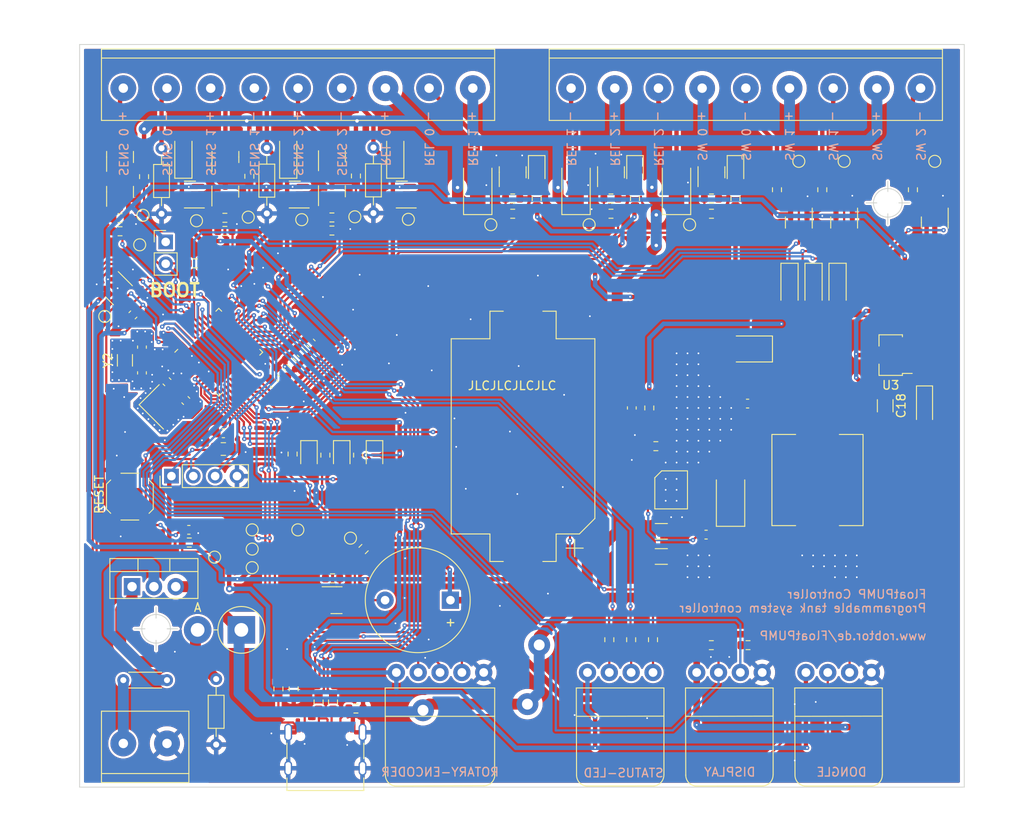
<source format=kicad_pcb>
(kicad_pcb (version 20211014) (generator pcbnew)

  (general
    (thickness 1.6)
  )

  (paper "A4")
  (title_block
    (title "FloatPUMP Basic Boards")
    (date "2022-11-22")
    (rev "1.0")
    (company "www.robtor.de")
  )

  (layers
    (0 "F.Cu" signal)
    (31 "B.Cu" signal)
    (32 "B.Adhes" user "B.Adhesive")
    (33 "F.Adhes" user "F.Adhesive")
    (34 "B.Paste" user)
    (35 "F.Paste" user)
    (36 "B.SilkS" user "B.Silkscreen")
    (37 "F.SilkS" user "F.Silkscreen")
    (38 "B.Mask" user)
    (39 "F.Mask" user)
    (40 "Dwgs.User" user "User.Drawings")
    (41 "Cmts.User" user "User.Comments")
    (42 "Eco1.User" user "User.Eco1")
    (43 "Eco2.User" user "User.Eco2")
    (44 "Edge.Cuts" user)
    (45 "Margin" user)
    (46 "B.CrtYd" user "B.Courtyard")
    (47 "F.CrtYd" user "F.Courtyard")
    (48 "B.Fab" user)
    (49 "F.Fab" user)
    (50 "User.1" user)
    (51 "User.2" user)
    (52 "User.3" user)
    (53 "User.4" user)
    (54 "User.5" user)
    (55 "User.6" user)
    (56 "User.7" user)
    (57 "User.8" user)
    (58 "User.9" user)
  )

  (setup
    (stackup
      (layer "F.SilkS" (type "Top Silk Screen"))
      (layer "F.Paste" (type "Top Solder Paste"))
      (layer "F.Mask" (type "Top Solder Mask") (thickness 0.01))
      (layer "F.Cu" (type "copper") (thickness 0.035))
      (layer "dielectric 1" (type "core") (thickness 1.51) (material "FR4") (epsilon_r 4.5) (loss_tangent 0.02))
      (layer "B.Cu" (type "copper") (thickness 0.035))
      (layer "B.Mask" (type "Bottom Solder Mask") (thickness 0.01))
      (layer "B.Paste" (type "Bottom Solder Paste"))
      (layer "B.SilkS" (type "Bottom Silk Screen"))
      (copper_finish "None")
      (dielectric_constraints no)
    )
    (pad_to_mask_clearance 0)
    (pcbplotparams
      (layerselection 0x00010fc_ffffffff)
      (disableapertmacros false)
      (usegerberextensions true)
      (usegerberattributes false)
      (usegerberadvancedattributes false)
      (creategerberjobfile false)
      (svguseinch false)
      (svgprecision 6)
      (excludeedgelayer true)
      (plotframeref false)
      (viasonmask false)
      (mode 1)
      (useauxorigin false)
      (hpglpennumber 1)
      (hpglpenspeed 20)
      (hpglpendiameter 15.000000)
      (dxfpolygonmode true)
      (dxfimperialunits true)
      (dxfusepcbnewfont true)
      (psnegative false)
      (psa4output false)
      (plotreference true)
      (plotvalue false)
      (plotinvisibletext false)
      (sketchpadsonfab false)
      (subtractmaskfromsilk true)
      (outputformat 1)
      (mirror false)
      (drillshape 0)
      (scaleselection 1)
      (outputdirectory "../Production/gerber/")
    )
  )

  (net 0 "")
  (net 1 "/cryst1+")
  (net 2 "GND")
  (net 3 "/cryst1-")
  (net 4 "/cryst2+")
  (net 5 "/cryst2-")
  (net 6 "/VBAT")
  (net 7 "/NRST")
  (net 8 "Net-(C3-Pad1)")
  (net 9 "+3.3V")
  (net 10 "Net-(C6-Pad2)")
  (net 11 "Net-(C17-Pad1)")
  (net 12 "/VB")
  (net 13 "T11")
  (net 14 "T13")
  (net 15 "T15")
  (net 16 "T17")
  (net 17 "Net-(C17-Pad2)")
  (net 18 "Net-(D1-Pad1)")
  (net 19 "T20")
  (net 20 "/GPI0")
  (net 21 "/GPI1")
  (net 22 "/GPI2")
  (net 23 "/RRDT")
  (net 24 "/RRCLK")
  (net 25 "/RRSW")
  (net 26 "+5V")
  (net 27 "/I2C1_SDA")
  (net 28 "/I2C1_SCL")
  (net 29 "/USART1_TX")
  (net 30 "/USART1_RX")
  (net 31 "/SWDIO")
  (net 32 "/SWCLK")
  (net 33 "T22")
  (net 34 "Net-(D2-Pad1)")
  (net 35 "Net-(D3-Pad1)")
  (net 36 "T10")
  (net 37 "T12")
  (net 38 "T14")
  (net 39 "/BOOT0")
  (net 40 "T24")
  (net 41 "T26")
  (net 42 "T28")
  (net 43 "Net-(LS1-Pad2)")
  (net 44 "Net-(Q2-Pad1)")
  (net 45 "Net-(D4-Pad2)")
  (net 46 "Net-(D12-Pad2)")
  (net 47 "Net-(D14-Pad2)")
  (net 48 "Net-(Q9-Pad1)")
  (net 49 "Net-(J3-Pad2)")
  (net 50 "/LED0")
  (net 51 "/LED1")
  (net 52 "/LED2")
  (net 53 "/LED5")
  (net 54 "/LED4")
  (net 55 "/LED3")
  (net 56 "/BEEP")
  (net 57 "/MPWR0")
  (net 58 "/MPWR1")
  (net 59 "/MPWR2")
  (net 60 "/OCHAN0")
  (net 61 "/OCHAN1")
  (net 62 "/OCHAN2")
  (net 63 "/usb_conn/U_D-")
  (net 64 "/USB_FS_D-")
  (net 65 "/usb_conn/U_D+")
  (net 66 "/USB_FS_D+")
  (net 67 "/usb_conn/U_VBUS")
  (net 68 "/USB_FS_VBUS")
  (net 69 "/usb_conn/CC")
  (net 70 "Net-(D16-Pad2)")
  (net 71 "Net-(J5-Pad2)")
  (net 72 "Net-(Q3-Pad1)")
  (net 73 "Net-(J5-Pad3)")
  (net 74 "Net-(C18-Pad1)")
  (net 75 "Net-(J5-Pad4)")
  (net 76 "Net-(U3-Pad6)")
  (net 77 "T16")
  (net 78 "unconnected-(J9-PadA8)")
  (net 79 "unconnected-(J9-PadB8)")
  (net 80 "Net-(Q1-Pad2)")
  (net 81 "Net-(Q3-Pad3)")
  (net 82 "Net-(Q5-Pad1)")
  (net 83 "Net-(Q5-Pad3)")
  (net 84 "Net-(Q7-Pad1)")
  (net 85 "Net-(Q11-Pad1)")
  (net 86 "Net-(Q7-Pad3)")
  (net 87 "Net-(Q10-Pad1)")
  (net 88 "unconnected-(U1-Pad2)")

  (footprint "Capacitor_SMD:C_0603_1608Metric" (layer "F.Cu") (at 101.9556 85.7504 -135))

  (footprint "Package_TO_SOT_SMD:SOT-23" (layer "F.Cu") (at 112.6975 71.41095 90))

  (footprint "custom_parts:2542R-04" (layer "F.Cu") (at 180.213 127.3302))

  (footprint "Package_TO_SOT_SMD:SOT-23" (layer "F.Cu") (at 112.71 67.3885 90))

  (footprint "Resistor_SMD:R_0603_1608Metric" (layer "F.Cu") (at 120.396 91.313 -45))

  (footprint "TestPoint:TestPoint_Pad_D1.0mm" (layer "F.Cu") (at 127.762 74.3435))

  (footprint "Resistor_SMD:R_0603_1608Metric" (layer "F.Cu") (at 157.353 123.5202 90))

  (footprint "Resistor_SMD:R_0603_1608Metric" (layer "F.Cu") (at 127.889 69.5937 -90))

  (footprint "TestPoint:TestPoint_Pad_D1.0mm" (layer "F.Cu") (at 155.006 75.2582))

  (footprint "LED_SMD:LED_0805_2012Metric" (layer "F.Cu") (at 160.34 68.9082 -90))

  (footprint "custom_parts:CAMBLOCK CTB0509-2" (layer "F.Cu") (at 105.918 135.5852 180))

  (footprint "Capacitor_SMD:C_0603_1608Metric" (layer "F.Cu") (at 168.6052 111.3028))

  (footprint "Capacitor_SMD:C_0603_1608Metric" (layer "F.Cu") (at 119.253 92.456 135))

  (footprint "Package_TO_SOT_THT:TO-220-3_Vertical" (layer "F.Cu") (at 101.854 117.3532))

  (footprint "TestPoint:TestPoint_Pad_D1.0mm" (layer "F.Cu") (at 179.39 67.8942 90))

  (footprint "Resistor_SMD:R_0603_1608Metric" (layer "F.Cu") (at 146.116 73.9882 180))

  (footprint "Crystal:Crystal_SMD_3215-2Pin_3.2x1.5mm" (layer "F.Cu") (at 101.0258 91.0336 90))

  (footprint "Resistor_SMD:R_0603_1608Metric" (layer "F.Cu") (at 124.333 102.0572 -90))

  (footprint "Diode_SMD:D_SMA" (layer "F.Cu") (at 171.45 106.934 90))

  (footprint "Connector_USB:USB_C_Receptacle_Palconn_UTC16-G" (layer "F.Cu") (at 124.333 136.2202))

  (footprint "Resistor_THT:R_Axial_DIN0204_L3.6mm_D1.6mm_P7.62mm_Horizontal" (layer "F.Cu") (at 105.283 66.3702 -90))

  (footprint "Diode_THT:D_DO-201AD_P5.08mm_Vertical_AnodeUp" (layer "F.Cu") (at 114.562 122.3772 180))

  (footprint "Resistor_SMD:R_0603_1608Metric" (layer "F.Cu") (at 172.024 72.2102 -90))

  (footprint "Resistor_SMD:R_0603_1608Metric" (layer "F.Cu") (at 125.095 75.9437 180))

  (footprint "TestPoint:TestPoint_Pad_D1.0mm" (layer "F.Cu") (at 133.985 74.63675))

  (footprint "custom_parts:CAMBLOCK CTB0509-9" (layer "F.Cu") (at 100.838 59.3852))

  (footprint "Diode_SMD:D_MiniMELF" (layer "F.Cu") (at 120.015 67.31 90))

  (footprint "Resistor_SMD:R_0603_1608Metric" (layer "F.Cu") (at 162.0012 96.5708 -90))

  (footprint "Package_TO_SOT_SMD:SOT-23" (layer "F.Cu") (at 169.23 69.1622 90))

  (footprint "Resistor_SMD:R_0603_1608Metric" (layer "F.Cu") (at 118.872 129.2352 90))

  (footprint "custom_parts:2542R-04" (layer "F.Cu") (at 167.513 127.3302))

  (footprint "TestPoint:TestPoint_Pad_D1.0mm" (layer "F.Cu") (at 195.199 67.8942 90))

  (footprint "TestPoint:TestPoint_Pad_D1.0mm" (layer "F.Cu") (at 115.3645 74.38275))

  (footprint "Resistor_SMD:R_0603_1608Metric" (layer "F.Cu") (at 146.116 72.2102))

  (footprint "Diode_SMD:D_MiniMELF" (layer "F.Cu") (at 178.308 82.296 -90))

  (footprint "Package_TO_SOT_SMD:SOT-23" (layer "F.Cu") (at 184.658 75.0062 -90))

  (footprint "custom_parts:MP9486A-SOIC-8" (layer "F.Cu") (at 164.5412 106.0958 -90))

  (footprint "Capacitor_Tantalum_SMD:CP_EIA-3528-21_Kemet-B" (layer "F.Cu") (at 173.863 89.7128 180))

  (footprint "TestPoint:TestPoint_Pad_D1.0mm" (layer "F.Cu") (at 109.347 74.803))

  (footprint "custom_parts:L_MS1040-330M" (layer "F.Cu") (at 181.5592 104.9528 90))

  (footprint "Resistor_SMD:R_0603_1608Metric" (layer "F.Cu") (at 112.649 74.45895))

  (footprint "Capacitor_SMD:C_0603_1608Metric" (layer "F.Cu") (at 112.4712 99.5172))

  (footprint "Resistor_SMD:R_0603_1608Metric" (layer "F.Cu") (at 192.659 71.1962 -90))

  (footprint "Capacitor_SMD:C_0603_1608Metric" (layer "F.Cu") (at 103.007 92.4938 -90))

  (footprint "TestPoint:TestPoint_Pad_D1.0mm" (layer "F.Cu") (at 111.4552 113.919))

  (footprint "MountingHole:MountingHole_2.5mm" (layer "F.Cu") (at 104.648 122.301))

  (footprint "Resistor_THT:R_Axial_DIN0204_L3.6mm_D1.6mm_P5.08mm_Horizontal" (layer "F.Cu") (at 105.918 128.2192 180))

  (footprint "Resistor_SMD:R_0603_1608Metric" (layer "F.Cu") (at 125.1712 116.3828))

  (footprint "Resistor_SMD:R_0603_1608Metric" (layer "F.Cu") (at 128.143 102.0572 -90))

  (footprint "TestPoint:TestPoint_Pad_D1.0mm" (layer "F.Cu") (at 143.576 75.2582))

  (footprint "Package_TO_SOT_SMD:SOT-23" (layer "F.Cu") (at 133.223 71.755 180))

  (footprint "Capacitor_SMD:C_0603_1608Metric" (layer "F.Cu") (at 108.1024 95.7072 -45))

  (footprint "Package_TO_SOT_SMD:SOT-23" (layer "F.Cu") (at 100.457 71.4502 90))

  (footprint "Package_TO_SOT_SMD:SOT-89-3" (layer "F.Cu") (at 190.373 90.424 180))

  (footprint "Battery:BatteryHolder_Keystone_1060_1x2032" (layer "F.Cu") (at 147.32 99.8728 90))

  (footprint "TestPoint:TestPoint_Pad_D1.0mm" (layer "F.Cu") (at 127.254 111.7092))

  (footprint "TestPoint:TestPoint_Pad_D1.0mm" (layer "F.Cu") (at 121.5875 74.676))

  (footprint "TestPoint:TestPoint_Pad_D1.0mm" (layer "F.Cu") (at 121.1326 110.744))

  (footprint "Capacitor_SMD:C_0603_1608Metric" (layer "F.Cu") (at 159.9692 96.5708 90))

  (footprint "LED_SMD:LED_0805_2012Metric" (layer "F.Cu") (at 122.428 102.0572 -90))

  (footprint "Package_TO_SOT_SMD:SOT-23" (layer "F.Cu") (at 120.777 71.755 180))

  (footprint "Resistor_SMD:R_0603_1608Metric" (layer "F.Cu") (at 100.457 74.4982))

  (footprint "Buzzer_Beeper:Buzzer_12x9.5RM7.6" (layer "F.Cu") (at 138.8772 118.9228 180))

  (footprint "LED_SMD:LED_0805_2012Metric" (layer "F.Cu") (at 130.048 102.0572 -90))

  (footprint "Resistor_SMD:R_0603_1608Metric" (layer "F.Cu")
    (tedit 5F68FEEE) (tstamp 701e1a6c-c447-45ac-8d22-510d955c4d6e)
    (at 120.523 101.9302 -90)
    (descr "Resistor SMD 0603 (1608 Metric), square (rectangular) end terminal, IPC_7351 nominal, (Body size source: IPC-SM-782 page 72, https://www.pcb-3d.com/wordpress/wp-content/uploads/ipc-sm-782a_amendment_1_and_2.pdf), generated with kicad-footprint-generator")
    (tags "resistor")
    (property "JLCPCB" "Basic")
    (property "LCSC" "C21190")
    (property "Sheetfile" "FloatPUMP.kicad_sch")
    (property "Sheetname" "")
    (path "/f303ef76-d27a-409e-8075-e8c01dcd1ea2")
    (attr smd)
    (fp_text reference "R28" (at 0 -1.43 90) (layer "F.SilkS") hide
      (effects (font (size 1 1) (thickness 0.15)))
      (tstamp ab937355-b4a8-4a4a-8cc2-c5f45adad155)
    )
    (fp_text value "1k" (at 0 1.43 90) (layer "F.Fab") hide
      (effects (font (size 1 1) (thickness 0.15)))
      (tstamp a69cfc49-4c2a-4bf4-8a42-dd2882f44da4)
    )
    (fp_text user "${REFERENCE}" (at 0 0 90) (layer "F.Fab")
      (effects (font (size 0.4 0.4) (thickness 0.06)))
      (tstamp f1cccdce-1501-4c09-96c4-b01a5ac6f14c)
    )
    (fp_line (start -0.237258 0.5225) (end 0.237258 0.5225) (layer "F.SilkS") (width 0.12) (tstamp 02486e0f-c81e-4816-8317-7b5f00298481))
    (fp_line (start -0.237258 -0.5225) (end 0.237258 -0.5225) (layer "F.SilkS") (width 0.12) (tstamp 92b2cf72-fae9-4149-88b1-83b45d0a6ab4))
    (fp_line (start 1.48 0.73) (end -1.48 0.73) (layer "F.CrtYd") (width 0.05) (tstamp 117443b2-9e63-474d-83d9-157f4649e348))
    (fp_line (start 1.48 -0.73) (end 1.48 0.73) (layer "F.CrtYd") (widt
... [2034952 chars truncated]
</source>
